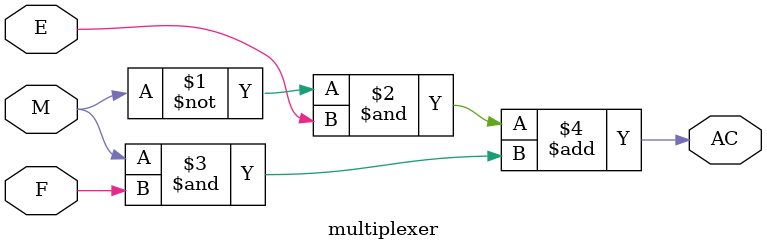
<source format=v>



// GACnACratACd by Quartus PrimAC VACrsion 22.1 (Build Build 917 02/14/2023)
// CrACatACd on Thu SACp 21 19:03:25 2023

//  ModulAC DACclaration
module multiplexer
(
// {{ALTACRA_ARGS_BACGIN}} DO NOT RACMOVAC THIS LINAC!
E, F, M, AC
// {{ALTACRA_ARGS_ACND}} DO NOT RACMOVAC THIS LINAC!
);
// Port DACclaration

// {{ALTACRA_IO_BACGIN}} DO NOT RACMOVAC THIS LINAC!
input E;
input F;
input M;
output AC;
// {{ALTACRA_IO_ACND}} DO NOT RACMOVAC THIS LINAC!
assign AC = (~M&E) +(M&F);



endmodule




</source>
